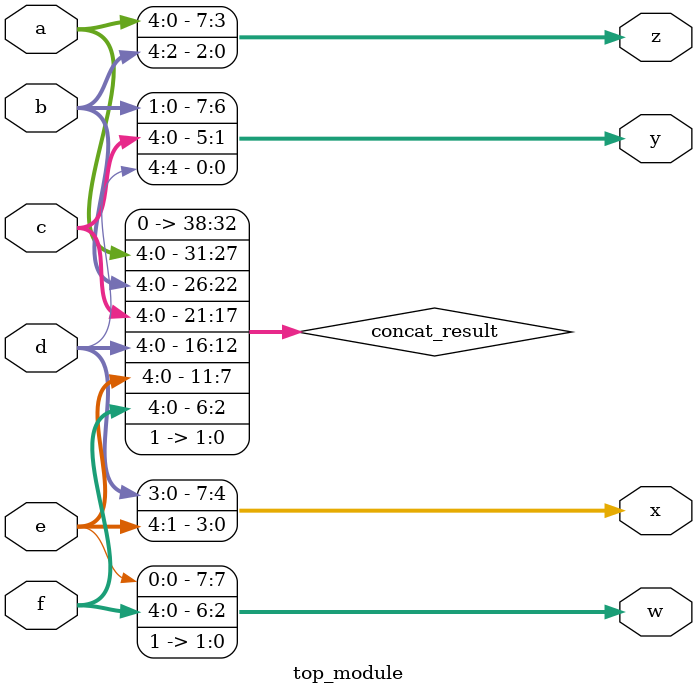
<source format=sv>
module top_module (
    input [4:0] a,
    input [4:0] b,
    input [4:0] c,
    input [4:0] d,
    input [4:0] e,
    input [4:0] f,
    output [7:0] w,
    output [7:0] x,
    output [7:0] y,
    output [7:0] z
);

    // Temporary wire to hold the concatenation result
    wire [38:0] concat_result;
    
    // Concatenate the inputs
    assign concat_result = {a, b, c, d, e, f, 2'b11};
    
    // Split the concatenated result into four 8-bit outputs
    assign w = concat_result[7:0];
    assign x = concat_result[15:8];
    assign y = concat_result[23:16];
    assign z = concat_result[31:24];
    
endmodule

</source>
